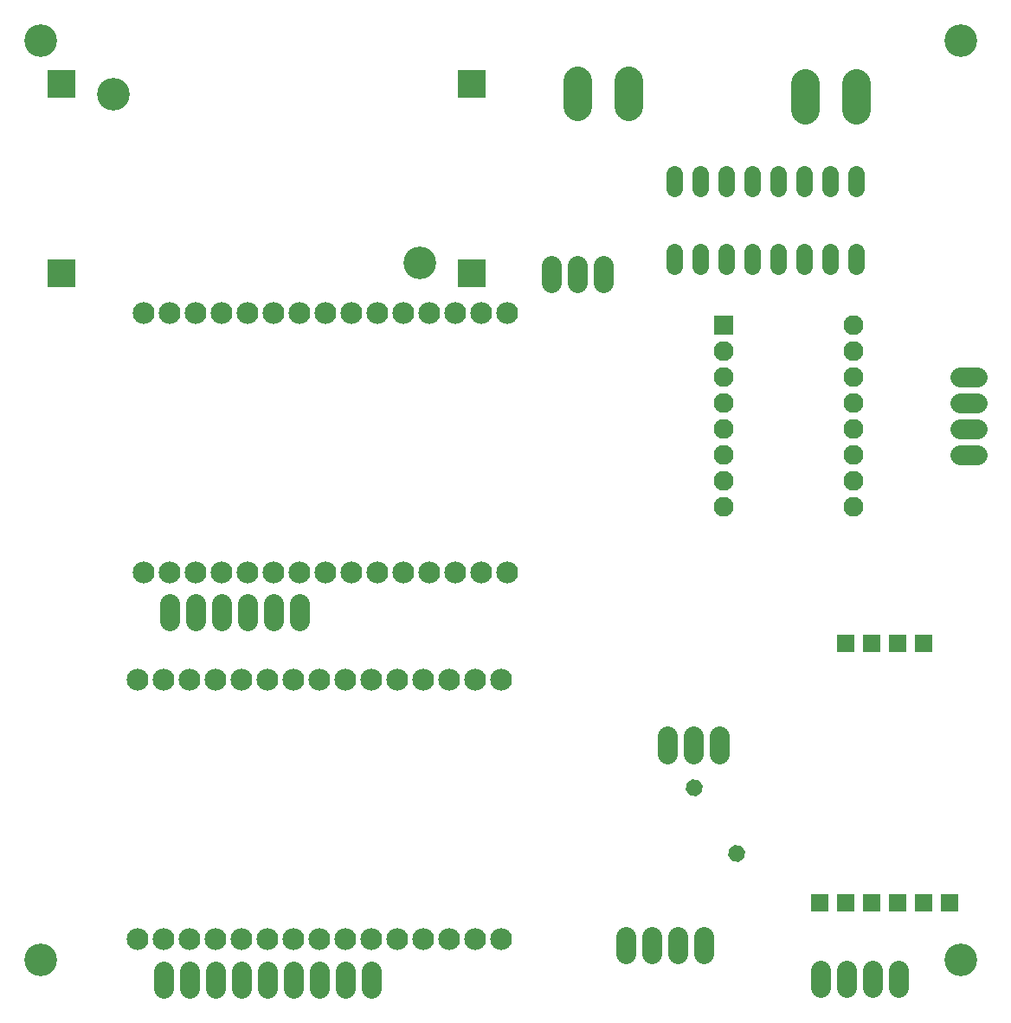
<source format=gbr>
G04 EAGLE Gerber RS-274X export*
G75*
%MOIN*%
%FSLAX34Y34*%
%LPD*%
%INSoldermask Top*%
%IPPOS*%
%AMOC8*
5,1,8,0,0,1.08239X$1,22.5*%
G01*
%ADD10C,0.126110*%
%ADD11C,0.062400*%
%ADD12C,0.076000*%
%ADD13R,0.108000X0.108000*%
%ADD14R,0.076268X0.076268*%
%ADD15C,0.076268*%
%ADD16R,0.068236X0.068236*%
%ADD17C,0.110992*%
%ADD18P,0.067541X8X145.100000*%
%ADD19C,0.084000*%


D10*
X37402Y37402D03*
X37402Y1969D03*
X1969Y37402D03*
X1969Y1969D03*
D11*
X26362Y28697D02*
X26362Y29241D01*
X27362Y29241D02*
X27362Y28697D01*
X32362Y28697D02*
X32362Y29241D01*
X33362Y29241D02*
X33362Y28697D01*
X28362Y28697D02*
X28362Y29241D01*
X29362Y29241D02*
X29362Y28697D01*
X31362Y28697D02*
X31362Y29241D01*
X30362Y29241D02*
X30362Y28697D01*
X33362Y31697D02*
X33362Y32241D01*
X32362Y32241D02*
X32362Y31697D01*
X31362Y31697D02*
X31362Y32241D01*
X30362Y32241D02*
X30362Y31697D01*
X29362Y31697D02*
X29362Y32241D01*
X28362Y32241D02*
X28362Y31697D01*
X27362Y31697D02*
X27362Y32241D01*
X26362Y32241D02*
X26362Y31697D01*
D12*
X35004Y1560D02*
X35004Y880D01*
X34004Y880D02*
X34004Y1560D01*
X33004Y1560D02*
X33004Y880D01*
X32004Y880D02*
X32004Y1560D01*
X27524Y2180D02*
X27524Y2860D01*
X26524Y2860D02*
X26524Y2180D01*
X25524Y2180D02*
X25524Y2860D01*
X24524Y2860D02*
X24524Y2180D01*
X37377Y21413D02*
X38057Y21413D01*
X38057Y22413D02*
X37377Y22413D01*
X37377Y23413D02*
X38057Y23413D01*
X38057Y24413D02*
X37377Y24413D01*
X21638Y28046D02*
X21638Y28726D01*
X22638Y28726D02*
X22638Y28046D01*
X23638Y28046D02*
X23638Y28726D01*
D10*
X4769Y35337D03*
X16569Y28837D03*
D13*
X18569Y28437D03*
X18569Y35737D03*
X2769Y35737D03*
X2769Y28437D03*
D14*
X28287Y26413D03*
D15*
X28287Y25413D03*
X28287Y24413D03*
X28287Y23413D03*
X28287Y22413D03*
X28287Y21413D03*
X28287Y20413D03*
X28287Y19413D03*
X33287Y19413D03*
X33287Y20413D03*
X33287Y21413D03*
X33287Y22413D03*
X33287Y23413D03*
X33287Y24413D03*
X33287Y25413D03*
X33287Y26413D03*
D16*
X31965Y4169D03*
X32965Y4169D03*
X33965Y4169D03*
X34965Y4169D03*
X35965Y4169D03*
X36965Y4169D03*
X35965Y14169D03*
X34965Y14169D03*
X33965Y14169D03*
X32965Y14169D03*
D17*
X24606Y34839D02*
X24606Y35869D01*
X22638Y35869D02*
X22638Y34839D01*
X31417Y34721D02*
X31417Y35751D01*
X33386Y35751D02*
X33386Y34721D01*
D12*
X28126Y10576D02*
X28126Y9896D01*
X27126Y9896D02*
X27126Y10576D01*
X26126Y10576D02*
X26126Y9896D01*
D18*
X28761Y6059D03*
X27145Y8587D03*
D19*
X5945Y16890D03*
X6945Y16890D03*
X7945Y16890D03*
X8945Y16890D03*
X9945Y16890D03*
X10945Y16890D03*
X11945Y16890D03*
X12945Y16890D03*
X13945Y16890D03*
X14945Y16890D03*
X15945Y16890D03*
X16945Y16890D03*
X17945Y16890D03*
X18945Y16890D03*
X19945Y16890D03*
X5945Y26890D03*
X6945Y26890D03*
X7945Y26890D03*
X8945Y26890D03*
X9945Y26890D03*
X10945Y26890D03*
X11945Y26890D03*
X12945Y26890D03*
X13945Y26890D03*
X14945Y26890D03*
X15945Y26890D03*
X16945Y26890D03*
X17945Y26890D03*
X18945Y26890D03*
X19945Y26890D03*
X5709Y2756D03*
X6709Y2756D03*
X7709Y2756D03*
X8709Y2756D03*
X9709Y2756D03*
X10709Y2756D03*
X11709Y2756D03*
X12709Y2756D03*
X13709Y2756D03*
X14709Y2756D03*
X15709Y2756D03*
X16709Y2756D03*
X17709Y2756D03*
X18709Y2756D03*
X19709Y2756D03*
X5709Y12756D03*
X6709Y12756D03*
X7709Y12756D03*
X8709Y12756D03*
X9709Y12756D03*
X10709Y12756D03*
X11709Y12756D03*
X12709Y12756D03*
X13709Y12756D03*
X14709Y12756D03*
X15709Y12756D03*
X16709Y12756D03*
X17709Y12756D03*
X18709Y12756D03*
X19709Y12756D03*
D12*
X14709Y1521D02*
X14709Y841D01*
X13709Y841D02*
X13709Y1521D01*
X12709Y1521D02*
X12709Y841D01*
X11709Y841D02*
X11709Y1521D01*
X10709Y1521D02*
X10709Y841D01*
X9709Y841D02*
X9709Y1521D01*
X8709Y1521D02*
X8709Y841D01*
X7709Y841D02*
X7709Y1521D01*
X6709Y1521D02*
X6709Y841D01*
X11949Y15014D02*
X11949Y15694D01*
X10949Y15694D02*
X10949Y15014D01*
X9949Y15014D02*
X9949Y15694D01*
X8949Y15694D02*
X8949Y15014D01*
X7949Y15014D02*
X7949Y15694D01*
X6949Y15694D02*
X6949Y15014D01*
M02*

</source>
